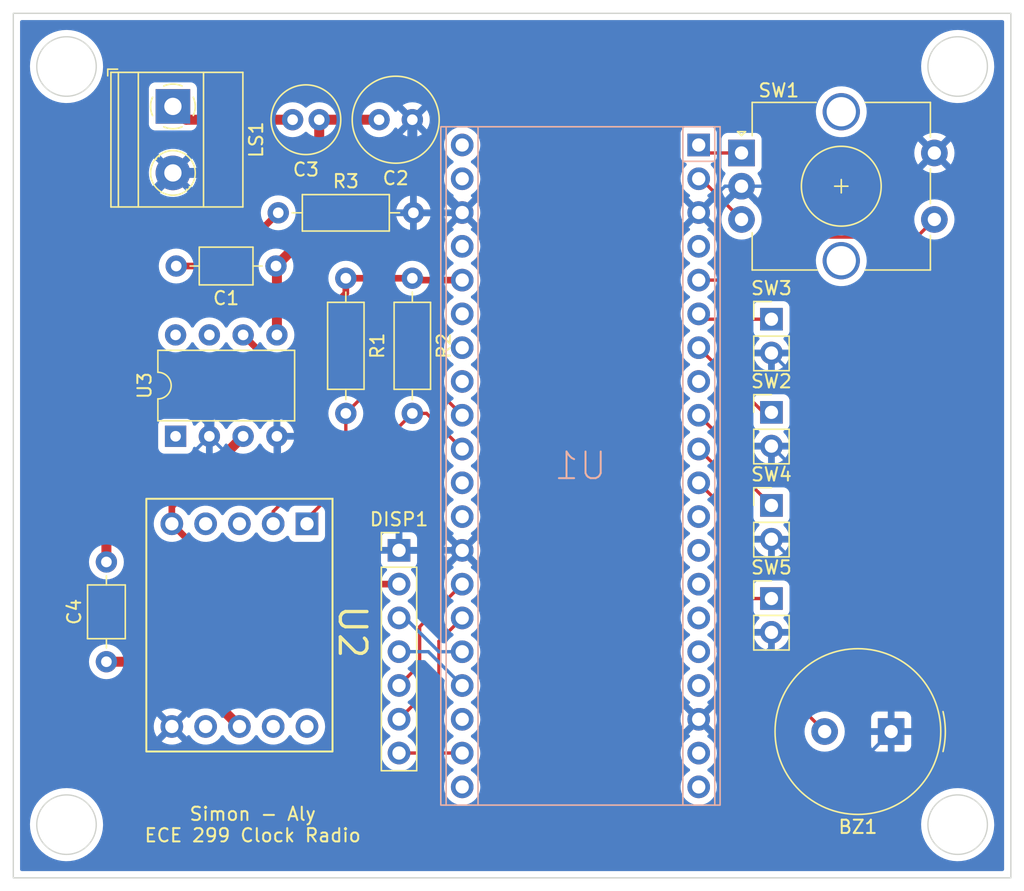
<source format=kicad_pcb>
(kicad_pcb (version 20211014) (generator pcbnew)
  (layers (0 "F.Cu" signal) (31 "B.Cu" signal) (34 "B.Paste" user) (35 "F.Paste" user) (36 "B.SilkS" user "B.Silkscreen") (37 "F.SilkS" user "F.Silkscreen") (38 "B.Mask" user) (39 "F.Mask" user) (44 "Edge.Cuts" user))
  (net 0 "")
  (net 1 "Net-(C1-Pad1)")
  (net 2 "Net-(C1-Pad2)")
  (net 3 "Net-(C3-Pad2)")
  (net 4 "Net-(DISP1-Pad3)")
  (net 5 "Net-(DISP1-Pad4)")
  (net 6 "Net-(DISP1-Pad5)")
  (net 7 "Net-(DISP1-Pad6)")
  (net 8 "Net-(DISP1-Pad7)")
  (net 9 "Net-(R1-Pad2)")
  (net 10 "Net-(R2-Pad2)")
  (net 11 "Net-(U1-Pad11)")
  (net 31 "Net-(C4-Pad1)")
  (net 38 "GND")
  (net 39 "Net-(SW2-Pad1)")
  (net 40 "Net-(SW3-Pad1)")
  (net 41 "Net-(SW4-Pad1)")
  (net 42 "Net-(SW5-Pad1)")
  (net 44 "Net-(SW1-PadS2)")
  (net 46 "Net-(C4-Pad2)")
  (net 47 "Net-(DISP1-Pad2)")
  (net 49 "Net-(SW1-PadA)")
  (net 50 "Net-(SW1-PadB)")
  (footprint "Capacitor_THT:C_Radial_D5.0mm_H11.0mm_P2.00mm" (layer "F.Cu") (at 148 53 180)
    (fp_text reference "C3" (at 1 -3.75) (layer "F.SilkS"))
    (fp_text value "470u")
    (fp_circle (center 1 0) (end 3.62 0) (layer "F.SilkS") (width 0.12) (fill none))
    (pad "1" thru_hole circle (at 0 0 180) (size 1.6 1.6) (drill 0.8) (layers *.Cu *.Mask) (net 1 "Net-(C1-Pad1)"))
    (pad "2" thru_hole circle (at 2 0 180) (size 1.6 1.6) (drill 0.8) (layers *.Cu *.Mask) (net 3 "Net-(C3-Pad2)"))
  )
  (footprint "Capacitor_THT:C_Radial_D6.3mm_H11.0mm_P2.50mm" (layer "F.Cu") (at 155 53 180)
    (fp_text reference "C2" (at 1.25 -4.4) (layer "F.SilkS"))
    (fp_text value "470u")
    (fp_circle (center 1.25 0) (end 4.52 0) (layer "F.SilkS") (width 0.12) (fill none))
    (pad "1" thru_hole circle (at 0 0 180) (size 1.6 1.6) (drill 0.8) (layers *.Cu *.Mask) (net 38 "GND"))
    (pad "2" thru_hole circle (at 2.5 0 180) (size 1.6 1.6) (drill 0.8) (layers *.Cu *.Mask) (net 1 "Net-(C1-Pad1)"))
  )
  (footprint "Resistor_THT:R_Axial_DIN0207_L6.3mm_D2.5mm_P10.16mm_Horizontal" (layer "F.Cu") (at 150 64.92 -90)
    (fp_text reference "R1" (at 5.08 -2.37 90) (layer "F.SilkS"))
    (fp_text value "2k")
    (fp_line (start 1.81 1.37) (end 8.35 1.37) (layer "F.SilkS") (width 0.12))
    (fp_line (start 1.04 0) (end 1.81 0) (layer "F.SilkS") (width 0.12))
    (fp_line (start 8.35 1.37) (end 8.35 -1.37) (layer "F.SilkS") (width 0.12))
    (fp_line (start 8.35 -1.37) (end 1.81 -1.37) (layer "F.SilkS") (width 0.12))
    (fp_line (start 1.81 -1.37) (end 1.81 1.37) (layer "F.SilkS") (width 0.12))
    (fp_line (start 9.12 0) (end 8.35 0) (layer "F.SilkS") (width 0.12))
    (pad "1" thru_hole circle (at 0 0 270) (size 1.6 1.6) (drill 0.8) (layers *.Cu *.Mask) (net 47 "Net-(DISP1-Pad2)"))
    (pad "2" thru_hole oval (at 10.16 0 270) (size 1.6 1.6) (drill 0.8) (layers *.Cu *.Mask) (net 9 "Net-(R1-Pad2)"))
  )
  (footprint "ECE:RDA5807M_Module_TH" (layer "F.Cu") (at 142 91 -90)
    (fp_text reference "U2" (at 0.5 -8.5 -90 unlocked) (layer "F.SilkS") (effects (font (size 2 2) (thickness 0.25))))
    (fp_text value "RDA5807M_Module")
    (fp_rect (start -9.5 -7) (end 9.5 7) (layer "F.SilkS") (width 0.15) (fill none))
    (pad "1" thru_hole rect (at -7.62 -5.08 90) (size 1.7 1.7) (drill 1) (layers *.Cu *.Mask) (net 10 "Net-(R2-Pad2)"))
    (pad "2" thru_hole circle (at -7.62 -2.54 90) (size 1.7 1.7) (drill 1) (layers *.Cu *.Mask) (net 9 "Net-(R1-Pad2)"))
    (pad "3" thru_hole circle (at -7.62 0 90) (size 1.7 1.7) (drill 1) (layers *.Cu *.Mask))
    (pad "4" thru_hole circle (at -7.62 2.54 90) (size 1.7 1.7) (drill 1) (layers *.Cu *.Mask))
    (pad "5" thru_hole circle (at -7.62 5.08 90) (size 1.7 1.7) (drill 1) (layers *.Cu *.Mask) (net 47 "Net-(DISP1-Pad2)"))
    (pad "6" thru_hole circle (at 7.62 5.08 90) (size 1.7 1.7) (drill 1) (layers *.Cu *.Mask) (net 38 "GND"))
    (pad "7" thru_hole circle (at 7.62 2.54 90) (size 1.7 1.7) (drill 1) (layers *.Cu *.Mask))
    (pad "8" thru_hole circle (at 7.62 0 90) (size 1.7 1.7) (drill 1) (layers *.Cu *.Mask) (net 31 "Net-(C4-Pad1)"))
    (pad "9" thru_hole circle (at 7.62 -2.54 90) (size 1.7 1.7) (drill 1) (layers *.Cu *.Mask))
    (pad "10" thru_hole circle (at 7.62 -5.08 90) (size 1.7 1.7) (drill 1) (layers *.Cu *.Mask))
  )
  (footprint "Connector_PinHeader_2.54mm:PinHeader_1x02_P2.54mm_Vertical" (layer "F.Cu") (at 182 89)
    (fp_text reference "SW5" (at 0 -2.33) (layer "F.SilkS"))
    (fp_text value "SW_Push")
    (fp_line (start -1.33 -1.33) (end 0 -1.33) (layer "F.SilkS") (width 0.12))
    (fp_line (start 1.33 1.27) (end 1.33 3.87) (layer "F.SilkS") (width 0.12))
    (fp_line (start -1.33 1.27) (end -1.33 3.87) (layer "F.SilkS") (width 0.12))
    (fp_line (start -1.33 1.27) (end 1.33 1.27) (layer "F.SilkS") (width 0.12))
    (fp_line (start -1.33 0) (end -1.33 -1.33) (layer "F.SilkS") (width 0.12))
    (fp_line (start -1.33 3.87) (end 1.33 3.87) (layer "F.SilkS") (width 0.12))
    (pad "1" thru_hole rect (at 0 0) (size 1.7 1.7) (drill 1) (layers *.Cu *.Mask) (net 42 "Net-(SW5-Pad1)"))
    (pad "2" thru_hole oval (at 0 2.54) (size 1.7 1.7) (drill 1) (layers *.Cu *.Mask) (net 38 "GND"))
  )
  (footprint "Resistor_THT:R_Axial_DIN0207_L6.3mm_D2.5mm_P10.16mm_Horizontal" (layer "F.Cu") (at 155 64.92 -90)
    (fp_text reference "R2" (at 5.08 -2.37 90) (layer "F.SilkS"))
    (fp_text value "2k")
    (fp_line (start 9.12 0) (end 8.35 0) (layer "F.SilkS") (width 0.12))
    (fp_line (start 8.35 1.37) (end 8.35 -1.37) (layer "F.SilkS") (width 0.12))
    (fp_line (start 8.35 -1.37) (end 1.81 -1.37) (layer "F.SilkS") (width 0.12))
    (fp_line (start 1.04 0) (end 1.81 0) (layer "F.SilkS") (width 0.12))
    (fp_line (start 1.81 1.37) (end 8.35 1.37) (layer "F.SilkS") (width 0.12))
    (fp_line (start 1.81 -1.37) (end 1.81 1.37) (layer "F.SilkS") (width 0.12))
    (pad "1" thru_hole circle (at 0 0 270) (size 1.6 1.6) (drill 0.8) (layers *.Cu *.Mask) (net 47 "Net-(DISP1-Pad2)"))
    (pad "2" thru_hole oval (at 10.16 0 270) (size 1.6 1.6) (drill 0.8) (layers *.Cu *.Mask) (net 10 "Net-(R2-Pad2)"))
  )
  (footprint "TerminalBlock_Phoenix:TerminalBlock_Phoenix_MKDS-1,5-2_1x02_P5.00mm_Horizontal" (layer "F.Cu") (at 137 52 -90)
    (fp_text reference "LS1" (at 2.5 -6.26 90) (layer "F.SilkS"))
    (fp_text value "Speaker")
    (fp_line (start 7.56 -5.261) (end 7.56 4.66) (layer "F.SilkS") (width 0.12))
    (fp_line (start 3.966 1.239) (end 3.931 1.274) (layer "F.SilkS") (width 0.12))
    (fp_line (start -2.56 -2.301) (end 7.56 -2.301) (layer "F.SilkS") (width 0.12))
    (fp_line (start -2.56 -5.261) (end 7.56 -5.261) (layer "F.SilkS") (width 0.12))
    (fp_line (start -2.56 4.1) (end 7.56 4.1) (layer "F.SilkS") (width 0.12))
    (fp_line (start -2.56 2.6) (end 7.56 2.6) (layer "F.SilkS") (width 0.12))
    (fp_line (start -2.8 4.9) (end -2.3 4.9) (layer "F.SilkS") (width 0.12))
    (fp_line (start -2.8 4.16) (end -2.8 4.9) (layer "F.SilkS") (width 0.12))
    (fp_line (start -2.56 4.66) (end 7.56 4.66) (layer "F.SilkS") (width 0.12))
    (fp_line (start 6.07 -1.275) (end 6.035 -1.239) (layer "F.SilkS") (width 0.12))
    (fp_line (start 3.773 1.023) (end 3.726 1.069) (layer "F.SilkS") (width 0.12))
    (fp_line (start -2.56 -5.261) (end -2.56 4.66) (layer "F.SilkS") (width 0.12))
    (fp_line (start 6.275 -1.069) (end 6.228 -1.023) (layer "F.SilkS") (width 0.12))
    (fp_arc (start -1.535427 0.683042) (mid -1.680501 -0.000524) (end -1.535 -0.684) (layer "F.SilkS") (width 0.12))
    (fp_arc (start 1.535427 -0.683042) (mid 1.680501 0.000524) (end 1.535 0.684) (layer "F.SilkS") (width 0.12))
    (fp_arc (start 0.028805 1.680253) (mid -0.335551 1.646659) (end -0.684 1.535) (layer "F.SilkS") (width 0.12))
    (fp_arc (start -0.683042 -1.535427) (mid 0.000524 -1.680501) (end 0.684 -1.535) (layer "F.SilkS") (width 0.12))
    (fp_arc (start 0.683318 1.534756) (mid 0.349292 1.643288) (end 0 1.68) (layer "F.SilkS") (width 0.12))
    (fp_circle (center 5 0) (end 6.68 0) (layer "F.SilkS") (width 0.12) (fill none))
    (pad "1" thru_hole rect (at 0 0 270) (size 2.6 2.6) (drill 1.3) (layers *.Cu *.Mask) (net 3 "Net-(C3-Pad2)"))
    (pad "2" thru_hole circle (at 5 0 270) (size 2.6 2.6) (drill 1.3) (layers *.Cu *.Mask) (net 38 "GND"))
  )
  (footprint "Rotary_Encoder:RotaryEncoder_Alps_EC12E-Switch_Vertical_H20mm_CircularMountingHoles" (layer "F.Cu") (at 179.75 55.5)
    (fp_text reference "SW1" (at 2.8 -4.7) (layer "F.SilkS"))
    (fp_text value "Bourns PEC11R")
    (fp_line (start 5.6 -3.8) (end 0.8 -3.8) (layer "F.SilkS") (width 0.12))
    (fp_line (start 5.7 8.8) (end 0.8 8.8) (layer "F.SilkS") (width 0.12))
    (fp_line (start 14.2 -3.8) (end 14.2 -1.2) (layer "F.SilkS") (width 0.12))
    (fp_line (start 9.3 -3.8) (end 14.2 -3.8) (layer "F.SilkS") (width 0.12))
    (fp_line (start 7.5 2) (end 7.5 3) (layer "F.SilkS") (width 0.12))
    (fp_line (start 14.2 8.8) (end 9.3 8.8) (layer "F.SilkS") (width 0.12))
    (fp_line (start 14.2 6.2) (end 14.2 8.8) (layer "F.SilkS") (width 0.12))
    (fp_line (start 7 2.5) (end 8 2.5) (layer "F.SilkS") (width 0.12))
    (fp_line (start -0.3 -1.6) (end 0.3 -1.6) (layer "F.SilkS") (width 0.12))
    (fp_line (start 0.3 -1.6) (end 0 -1.3) (layer "F.SilkS") (width 0.12))
    (fp_line (start 0.8 8.8) (end 0.8 6) (layer "F.SilkS") (width 0.12))
    (fp_line (start 14.2 1.2) (end 14.2 3.8) (layer "F.SilkS") (width 0.12))
    (fp_line (start 0 -1.3) (end -0.3 -1.6) (layer "F.SilkS") (width 0.12))
    (fp_line (start 0.8 -3.8) (end 0.8 -1.3) (layer "F.SilkS") (width 0.12))
    (fp_circle (center 7.5 2.5) (end 10.5 2.5) (layer "F.SilkS") (width 0.12) (fill none))
    (pad "A" thru_hole rect (at 0 0) (size 2 2) (drill 1) (layers *.Cu *.Mask) (net 49 "Net-(SW1-PadA)"))
    (pad "B" thru_hole circle (at 0 5) (size 2 2) (drill 1) (layers *.Cu *.Mask) (net 50 "Net-(SW1-PadB)"))
    (pad "C" thru_hole circle (at 0 2.5) (size 2 2) (drill 1) (layers *.Cu *.Mask) (net 38 "GND"))
    (pad "MP" thru_hole circle (at 7.5 -3.1) (size 2.8 2.8) (drill 2.2) (layers *.Cu *.Mask))
    (pad "MP" thru_hole circle (at 7.5 8.1) (size 2.8 2.8) (drill 2.2) (layers *.Cu *.Mask))
    (pad "S1" thru_hole circle (at 14.5 0) (size 2 2) (drill 1) (layers *.Cu *.Mask) (net 38 "GND"))
    (pad "S2" thru_hole circle (at 14.5 5) (size 2 2) (drill 1) (layers *.Cu *.Mask) (net 44 "Net-(SW1-PadS2)"))
  )
  (footprint "Connector_PinHeader_2.54mm:PinHeader_1x02_P2.54mm_Vertical" (layer "F.Cu") (at 182 68)
    (fp_text reference "SW3" (at 0 -2.33) (layer "F.SilkS"))
    (fp_text value "SW_Push")
    (fp_line (start -1.33 1.27) (end -1.33 3.87) (layer "F.SilkS") (width 0.12))
    (fp_line (start 1.33 1.27) (end 1.33 3.87) (layer "F.SilkS") (width 0.12))
    (fp_line (start -1.33 0) (end -1.33 -1.33) (layer "F.SilkS") (width 0.12))
    (fp_line (start -1.33 3.87) (end 1.33 3.87) (layer "F.SilkS") (width 0.12))
    (fp_line (start -1.33 1.27) (end 1.33 1.27) (layer "F.SilkS") (width 0.12))
    (fp_line (start -1.33 -1.33) (end 0 -1.33) (layer "F.SilkS") (width 0.12))
    (pad "1" thru_hole rect (at 0 0) (size 1.7 1.7) (drill 1) (layers *.Cu *.Mask) (net 40 "Net-(SW3-Pad1)"))
    (pad "2" thru_hole oval (at 0 2.54) (size 1.7 1.7) (drill 1) (layers *.Cu *.Mask) (net 38 "GND"))
  )
  (footprint "Resistor_THT:R_Axial_DIN0207_L6.3mm_D2.5mm_P10.16mm_Horizontal" (layer "F.Cu") (at 144.92 60)
    (fp_text reference "R3" (at 5.08 -2.37) (layer "F.SilkS"))
    (fp_text value "10")
    (fp_line (start 1.81 1.37) (end 8.35 1.37) (layer "F.SilkS") (width 0.12))
    (fp_line (start 1.81 -1.37) (end 1.81 1.37) (layer "F.SilkS") (width 0.12))
    (fp_line (start 8.35 1.37) (end 8.35 -1.37) (layer "F.SilkS") (width 0.12))
    (fp_line (start 9.12 0) (end 8.35 0) (layer "F.SilkS") (width 0.12))
    (fp_line (start 8.35 -1.37) (end 1.81 -1.37) (layer "F.SilkS") (width 0.12))
    (fp_line (start 1.04 0) (end 1.81 0) (layer "F.SilkS") (width 0.12))
    (pad "1" thru_hole circle (at 0 0) (size 1.6 1.6) (drill 0.8) (layers *.Cu *.Mask) (net 2 "Net-(C1-Pad2)"))
    (pad "2" thru_hole oval (at 10.16 0) (size 1.6 1.6) (drill 0.8) (layers *.Cu *.Mask) (net 38 "GND"))
  )
  (footprint "Connector_PinHeader_2.54mm:PinHeader_1x02_P2.54mm_Vertical" (layer "F.Cu") (at 182 75)
    (fp_text reference "SW2" (at 0 -2.33) (layer "F.SilkS"))
    (fp_text value "SW_Push")
    (fp_line (start -1.33 3.87) (end 1.33 3.87) (layer "F.SilkS") (width 0.12))
    (fp_line (start -1.33 1.27) (end 1.33 1.27) (layer "F.SilkS") (width 0.12))
    (fp_line (start -1.33 1.27) (end -1.33 3.87) (layer "F.SilkS") (width 0.12))
    (fp_line (start 1.33 1.27) (end 1.33 3.87) (layer "F.SilkS") (width 0.12))
    (fp_line (start -1.33 0) (end -1.33 -1.33) (layer "F.SilkS") (width 0.12))
    (fp_line (start -1.33 -1.33) (end 0 -1.33) (layer "F.SilkS") (width 0.12))
    (pad "1" thru_hole rect (at 0 0) (size 1.7 1.7) (drill 1) (layers *.Cu *.Mask) (net 39 "Net-(SW2-Pad1)"))
    (pad "2" thru_hole oval (at 0 2.54) (size 1.7 1.7) (drill 1) (layers *.Cu *.Mask) (net 38 "GND"))
  )
  (footprint "Buzzer_Beeper:Buzzer_TDK_PS1240P02BT_D12.2mm_H6.5mm" (layer "F.Cu") (at 191 99 180)
    (fp_text reference "BZ1" (at 2.5 -7.17) (layer "F.SilkS"))
    (fp_text value "Buzzer")
    (fp_arc (start -3.9 1.499999) (mid -4.073431 0) (end -3.9 -1.5) (layer "F.SilkS") (width 0.12))
    (fp_circle (center 2.5 0) (end 8.73 0) (layer "F.SilkS") (width 0.12) (fill none))
    (pad "1" thru_hole rect (at 0 0 180) (size 2 2) (drill 1) (layers *.Cu *.Mask) (net 38 "GND"))
    (pad "2" thru_hole circle (at 5 0 180) (size 2 2) (drill 1) (layers *.Cu *.Mask) (net 11 "Net-(U1-Pad11)"))
  )
  (footprint "Capacitor_THT:C_Axial_L3.8mm_D2.6mm_P7.50mm_Horizontal" (layer "F.Cu") (at 144.75 64 180)
    (fp_text reference "C1" (at 3.75 -2.42) (layer "F.SilkS"))
    (fp_text value ".1u")
    (fp_line (start 6.46 0) (end 5.77 0) (layer "F.SilkS") (width 0.12))
    (fp_line (start 1.04 0) (end 1.73 0) (layer "F.SilkS") (width 0.12))
    (fp_line (start 5.77 1.42) (end 5.77 -1.42) (layer "F.SilkS") (width 0.12))
    (fp_line (start 1.73 -1.42) (end 1.73 1.42) (layer "F.SilkS") (width 0.12))
    (fp_line (start 1.73 1.42) (end 5.77 1.42) (layer "F.SilkS") (width 0.12))
    (fp_line (start 5.77 -1.42) (end 1.73 -1.42) (layer "F.SilkS") (width 0.12))
    (pad "1" thru_hole circle (at 0 0 180) (size 1.6 1.6) (drill 0.8) (layers *.Cu *.Mask) (net 1 "Net-(C1-Pad1)"))
    (pad "2" thru_hole oval (at 7.5 0 180) (size 1.6 1.6) (drill 0.8) (layers *.Cu *.Mask) (net 2 "Net-(C1-Pad2)"))
  )
  (footprint "Package_DIP:DIP-8_W7.62mm" (layer "F.Cu") (at 137.2 76.8 90)
    (fp_text reference "U3" (at 3.81 -2.33 90) (layer "F.SilkS"))
    (fp_text value "LM386")
    (fp_line (start 1.16 -1.33) (end 1.16 8.95) (layer "F.SilkS") (width 0.12))
    (fp_line (start 1.16 8.95) (end 6.46 8.95) (layer "F.SilkS") (width 0.12))
    (fp_line (start 2.81 -1.33) (end 1.16 -1.33) (layer "F.SilkS") (width 0.12))
    (fp_line (start 6.46 -1.33) (end 4.81 -1.33) (layer "F.SilkS") (width 0.12))
    (fp_line (start 6.46 8.95) (end 6.46 -1.33) (layer "F.SilkS") (width 0.12))
    (fp_arc (start 4.81 -1.33) (mid 3.81 -0.33) (end 2.81 -1.33) (layer "F.SilkS") (width 0.12))
    (pad "1" thru_hole rect (at 0 0 90) (size 1.6 1.6) (drill 0.8) (layers *.Cu *.Mask))
    (pad "2" thru_hole oval (at 0 2.54 90) (size 1.6 1.6) (drill 0.8) (layers *.Cu *.Mask) (net 38 "GND"))
    (pad "3" thru_hole oval (at 0 5.08 90) (size 1.6 1.6) (drill 0.8) (layers *.Cu *.Mask) (net 46 "Net-(C4-Pad2)"))
    (pad "4" thru_hole oval (at 0 7.62 90) (size 1.6 1.6) (drill 0.8) (layers *.Cu *.Mask) (net 38 "GND"))
    (pad "5" thru_hole oval (at 7.62 7.62 90) (size 1.6 1.6) (drill 0.8) (layers *.Cu *.Mask) (net 1 "Net-(C1-Pad1)"))
    (pad "6" thru_hole oval (at 7.62 5.08 90) (size 1.6 1.6) (drill 0.8) (layers *.Cu *.Mask) (net 47 "Net-(DISP1-Pad2)"))
    (pad "7" thru_hole oval (at 7.62 2.54 90) (size 1.6 1.6) (drill 0.8) (layers *.Cu *.Mask))
    (pad "8" thru_hole oval (at 7.62 0 90) (size 1.6 1.6) (drill 0.8) (layers *.Cu *.Mask))
  )
  (footprint "Connector_PinHeader_2.54mm:PinHeader_1x07_P2.54mm_Vertical" (layer "F.Cu") (at 154 85.375)
    (fp_text reference "DISP1" (at 0 -2.33) (layer "F.SilkS"))
    (fp_text value "OLED Display")
    (fp_line (start -1.33 16.57) (end 1.33 16.57) (layer "F.SilkS") (width 0.12))
    (fp_line (start 1.33 1.27) (end 1.33 16.57) (layer "F.SilkS") (width 0.12))
    (fp_line (start -1.33 0) (end -1.33 -1.33) (layer "F.SilkS") (width 0.12))
    (fp_line (start -1.33 1.27) (end -1.33 16.57) (layer "F.SilkS") (width 0.12))
    (fp_line (start -1.33 1.27) (end 1.33 1.27) (layer "F.SilkS") (width 0.12))
    (fp_line (start -1.33 -1.33) (end 0 -1.33) (layer "F.SilkS") (width 0.12))
    (pad "1" thru_hole rect (at 0 0) (size 1.7 1.7) (drill 1) (layers *.Cu *.Mask) (net 38 "GND"))
    (pad "2" thru_hole oval (at 0 2.54) (size 1.7 1.7) (drill 1) (layers *.Cu *.Mask) (net 47 "Net-(DISP1-Pad2)"))
    (pad "3" thru_hole oval (at 0 7.62) (size 1.7 1.7) (drill 1) (layers *.Cu *.Mask) (net 4 "Net-(DISP1-Pad3)"))
    (pad "4" thru_hole oval (at 0 5.08) (size 1.7 1.7) (drill 1) (layers *.Cu *.Mask) (net 5 "Net-(DISP1-Pad4)"))
    (pad "5" thru_hole oval (at 0 10.16) (size 1.7 1.7) (drill 1) (layers *.Cu *.Mask) (net 6 "Net-(DISP1-Pad5)"))
    (pad "6" thru_hole oval (at 0 12.7) (size 1.7 1.7) (drill 1) (layers *.Cu *.Mask) (net 7 "Net-(DISP1-Pad6)"))
    (pad "7" thru_hole oval (at 0 15.24) (size 1.7 1.7) (drill 1) (layers *.Cu *.Mask) (net 8 "Net-(DISP1-Pad7)"))
  )
  (footprint "Connector_PinHeader_2.54mm:PinHeader_1x02_P2.54mm_Vertical" (layer "F.Cu") (at 182 82)
    (fp_text reference "SW4" (at 0 -2.33) (layer "F.SilkS"))
    (fp_text value "SW_Push")
    (fp_line (start -1.33 3.87) (end 1.33 3.87) (layer "F.SilkS") (width 0.12))
    (fp_line (start -1.33 1.27) (end 1.33 1.27) (layer "F.SilkS") (width 0.12))
    (fp_line (start -1.33 -1.33) (end 0 -1.33) (layer "F.SilkS") (width 0.12))
    (fp_line (start 1.33 1.27) (end 1.33 3.87) (layer "F.SilkS") (width 0.12))
    (fp_line (start -1.33 0) (end -1.33 -1.33) (layer "F.SilkS") (width 0.12))
    (fp_line (start -1.33 1.27) (end -1.33 3.87) (layer "F.SilkS") (width 0.12))
    (pad "1" thru_hole rect (at 0 0) (size 1.7 1.7) (drill 1) (layers *.Cu *.Mask) (net 41 "Net-(SW4-Pad1)"))
    (pad "2" thru_hole oval (at 0 2.54) (size 1.7 1.7) (drill 1) (layers *.Cu *.Mask) (net 38 "GND"))
  )
  (footprint "Capacitor_THT:C_Axial_L3.8mm_D2.6mm_P7.50mm_Horizontal" (layer "F.Cu") (at 132 93.75 90)
    (fp_text reference "C4" (at 3.75 -2.42 90) (layer "F.SilkS"))
    (fp_text value ".1u")
    (fp_line (start 5.77 1.42) (end 5.77 -1.42) (layer "F.SilkS") (width 0.12))
    (fp_line (start 1.04 0) (end 1.73 0) (layer "F.SilkS") (width 0.12))
    (fp_line (start 5.77 -1.42) (end 1.73 -1.42) (layer "F.SilkS") (width 0.12))
    (fp_line (start 1.73 -1.42) (end 1.73 1.42) (layer "F.SilkS") (width 0.12))
    (fp_line (start 6.46 0) (end 5.77 0) (layer "F.SilkS") (width 0.12))
    (fp_line (start 1.73 1.42) (end 5.77 1.42) (layer "F.SilkS") (width 0.12))
    (pad "1" thru_hole circle (at 0 0 90) (size 1.6 1.6) (drill 0.8) (layers *.Cu *.Mask) (net 31 "Net-(C4-Pad1)"))
    (pad "2" thru_hole oval (at 7.5 0 90) (size 1.6 1.6) (drill 0.8) (layers *.Cu *.Mask) (net 46 "Net-(C4-Pad2)"))
  )
  (footprint "ECE:RPi_Pico_TH" (layer "B.Cu") (at 167.64 79.03 180)
    (fp_text reference "U1" (at 0 0 unlocked) (layer "B.SilkS") (effects (font (size 2 2)) (justify mirror)))
    (fp_text value "RPi_Pico_TH")
    (fp_line (start 7.7 25.5) (end 7.7 -25.5) (layer "B.SilkS") (width 0.12))
    (fp_line (start -7.7 25.5) (end -7.7 -25.5) (layer "B.SilkS") (width 0.12))
    (fp_line (start 10.1 25.5) (end 10.1 -25.5) (layer "B.SilkS") (width 0.12))
    (fp_line (start -10.1 22.9) (end -7.7 22.9) (layer "B.SilkS") (width 0.12))
    (fp_line (start -10.1 25.5) (end -10.1 -25.5) (layer "B.SilkS") (width 0.12))
    (fp_rect (start -10.5 25.5) (end 10.5 -25.5) (layer "B.SilkS") (width 0.12) (fill none))
    (pad "1" thru_hole rect (at -8.89 24.13 180) (size 1.7 1.7) (drill 1) (layers *.Cu *.Mask) (net 49 "Net-(SW1-PadA)"))
    (pad "2" thru_hole circle (at -8.89 21.59 180) (size 1.7 1.7) (drill 1) (layers *.Cu *.Mask) (net 50 "Net-(SW1-PadB)"))
    (pad "3" thru_hole circle (at -8.89 19.05 180) (size 1.7 1.7) (drill 1) (layers *.Cu *.Mask) (net 38 "GND"))
    (pad "4" thru_hole circle (at -8.89 16.51 180) (size 1.7 1.7) (drill 1) (layers *.Cu *.Mask))
    (pad "5" thru_hole circle (at -8.89 13.97 180) (size 1.7 1.7) (drill 1) (layers *.Cu *.Mask) (net 44 "Net-(SW1-PadS2)"))
    (pad "6" thru_hole circle (at -8.89 11.43 180) (size 1.7 1.7) (drill 1) (layers *.Cu *.Mask) (net 40 "Net-(SW3-Pad1)"))
    (pad "7" thru_hole circle (at -8.89 8.89 180) (size 1.7 1.7) (drill 1) (layers *.Cu *.Mask) (net 39 "Net-(SW2-Pad1)"))
    (pad "8" thru_hole circle (at -8.89 6.35 180) (size 1.7 1.7) (drill 1) (layers *.Cu *.Mask))
    (pad "9" thru_hole circle (at -8.89 3.81 180) (size 1.7 1.7) (drill 1) (layers *.Cu *.Mask) (net 41 "Net-(SW4-Pad1)"))
    (pad "10" thru_hole circle (at -8.89 1.27 180) (size 1.7 1.7) (drill 1) (layers *.Cu *.Mask) (net 42 "Net-(SW5-Pad1)"))
    (pad "11" thru_hole circle (at -8.89 -1.27 180) (size 1.7 1.7) (drill 1) (layers *.Cu *.Mask) (net 11 "Net-(U1-Pad11)"))
    (pad "12" thru_hole circle (at -8.89 -3.81 180) (size 1.7 1.7) (drill 1) (layers *.Cu *.Mask))
    (pad "13" thru_hole circle (at -8.89 -6.35 180) (size 1.7 1.7) (drill 1) (layers *.Cu *.Mask))
    (pad "14" thru_hole circle (at -8.89 -8.89 180) (size 1.7 1.7) (drill 1) (layers *.Cu *.Mask))
    (pad "15" thru_hole circle (at -8.89 -11.43 180) (size 1.7 1.7) (drill 1) (layers *.Cu *.Mask))
    (pad "16" thru_hole circle (at -8.89 -13.97 180) (size 1.7 1.7) (drill 1) (layers *.Cu *.Mask))
    (pad "17" thru_hole circle (at -8.89 -16.51 180) (size 1.7 1.7) (drill 1) (layers *.Cu *.Mask))
    (pad "18" thru_hole circle (at -8.89 -19.05 180) (size 1.7 1.7) (drill 1) (layers *.Cu *.Mask) (net 38 "GND"))
    (pad "19" thru_hole circle (at -8.89 -21.59 180) (size 1.7 1.7) (drill 1) (layers *.Cu *.Mask))
    (pad "20" thru_hole circle (at -8.89 -24.13 180) (size 1.7 1.7) (drill 1) (layers *.Cu *.Mask))
    (pad "21" thru_hole circle (at 8.89 -24.13 180) (size 1.7 1.7) (drill 1) (layers *.Cu *.Mask))
    (pad "22" thru_hole circle (at 8.89 -21.59 180) (size 1.7 1.7) (drill 1) (layers *.Cu *.Mask) (net 8 "Net-(DISP1-Pad7)"))
    (pad "23" thru_hole circle (at 8.89 -19.05 180) (size 1.7 1.7) (drill 1) (layers *.Cu *.Mask))
    (pad "24" thru_hole circle (at 8.89 -16.51 180) (size 1.7 1.7) (drill 1) (layers *.Cu *.Mask) (net 4 "Net-(DISP1-Pad3)"))
    (pad "25" thru_hole circle (at 8.89 -13.97 180) (size 1.7 1.7) (drill 1) (layers *.Cu *.Mask) (net 5 "Net-(DISP1-Pad4)"))
    (pad "26" thru_hole circle (at 8.89 -11.43 180) (size 1.7 1.7) (drill 1) (layers *.Cu *.Mask) (net 7 "Net-(DISP1-Pad6)"))
    (pad "27" thru_hole circle (at 8.89 -8.89 180) (size 1.7 1.7) (drill 1) (layers *.Cu *.Mask) (net 6 "Net-(DISP1-Pad5)"))
    (pad "28" thru_hole circle (at 8.89 -6.35 180) (size 1.7 1.7) (drill 1) (layers *.Cu *.Mask) (net 38 "GND"))
    (pad "29" thru_hole circle (at 8.89 -3.81 180) (size 1.7 1.7) (drill 1) (layers *.Cu *.Mask))
    (pad "30" thru_hole circle (at 8.89 -1.27 180) (size 1.7 1.7) (drill 1) (layers *.Cu *.Mask))
    (pad "31" thru_hole circle (at 8.89 1.27 180) (size 1.7 1.7) (drill 1) (layers *.Cu *.Mask) (net 10 "Net-(R2-Pad2)"))
    (pad "32" thru_hole circle (at 8.89 3.81 180) (size 1.7 1.7) (drill 1) (layers *.Cu *.Mask) (net 9 "Net-(R1-Pad2)"))
    (pad "33" thru_hole circle (at 8.89 6.35 180) (size 1.7 1.7) (drill 1) (layers *.Cu *.Mask))
    (pad "34" thru_hole circle (at 8.89 8.89 180) (size 1.7 1.7) (drill 1) (layers *.Cu *.Mask))
    (pad "35" thru_hole circle (at 8.89 11.43 180) (size 1.7 1.7) (drill 1) (layers *.Cu *.Mask))
    (pad "36" thru_hole circle (at 8.89 13.97 180) (size 1.7 1.7) (drill 1) (layers *.Cu *.Mask) (net 47 "Net-(DISP1-Pad2)"))
    (pad "37" thru_hole circle (at 8.89 16.51 180) (size 1.7 1.7) (drill 1) (layers *.Cu *.Mask))
    (pad "38" thru_hole circle (at 8.89 19.05 180) (size 1.7 1.7) (drill 1) (layers *.Cu *.Mask) (net 38 "GND"))
    (pad "39" thru_hole circle (at 8.89 21.59 180) (size 1.7 1.7) (drill 1) (layers *.Cu *.Mask))
    (pad "40" thru_hole circle (at 8.89 24.13 180) (size 1.7 1.7) (drill 1) (layers *.Cu *.Mask))
  )
  (gr_rect (start 125 110) (end 200 45) (layer "Edge.Cuts") (width 0.1) (fill none))
  (gr_circle (center 196 106) (end 195 104) (layer "Edge.Cuts") (width 0.1) (fill none))
  (gr_circle (center 129 106) (end 131 105) (layer "Edge.Cuts") (width 0.1) (fill none))
  (gr_circle (center 129 49) (end 128 47) (layer "Edge.Cuts") (width 0.1) (fill none))
  (gr_circle (center 196 49) (end 198 48) (layer "Edge.Cuts") (width 0.1) (fill none))
  (gr_text "Simon - Aly\nECE 299 Clock Radio" (at 143 106) (layer "F.SilkS") (effects (font (size 1 1))))
  (segment (start 144.82 64.07) (end 144.75 64) (width 0.75) (layer "F.Cu") (net 1))
  (segment (start 144.75 64) (end 148 60.75) (width 0.75) (layer "F.Cu") (net 1))
  (segment (start 148 60.75) (end 148 53) (width 0.75) (layer "F.Cu") (net 1))
  (segment (start 148 53) (end 152.5 53) (width 0.75) (layer "F.Cu") (net 1))
  (segment (start 144.82 69.18) (end 144.82 64.07) (width 0.75) (layer "F.Cu") (net 1))
  (segment (start 137.25 64) (end 140.92 64) (width 0.5) (layer "F.Cu") (net 2))
  (segment (start 140.92 64) (end 144.92 60) (width 0.5) (layer "F.Cu") (net 2))
  (segment (start 138 53) (end 137 52) (width 0.75) (layer "F.Cu") (net 3))
  (segment (start 146 53) (end 138 53) (width 0.75) (layer "F.Cu") (net 3))
  (segment (start 154 92.995) (end 156.205 92.995) (width 0.25) (layer "B.Cu") (net 4))
  (segment (start 156.205 92.995) (end 158.75 95.54) (width 0.25) (layer "B.Cu") (net 4))
  (segment (start 154.455 90.455) (end 157 93) (width 0.25) (layer "B.Cu") (net 5))
  (segment (start 157 93) (end 158.75 93) (width 0.25) (layer "B.Cu") (net 5))
  (segment (start 155.55048 93.98452) (end 155.55048 91.11952) (width 0.25) (layer "F.Cu") (net 6))
  (segment (start 155.55048 91.11952) (end 158.75 87.92) (width 0.25) (layer "F.Cu") (net 6))
  (segment (start 154 95.535) (end 155.55048 93.98452) (width 0.25) (layer "F.Cu") (net 6))
  (segment (start 157 92.21) (end 158.75 90.46) (width 0.25) (layer "F.Cu") (net 7))
  (segment (start 154 98.075) (end 157 95.075) (width 0.25) (layer "F.Cu") (net 7))
  (segment (start 157 95.075) (end 157 92.21) (width 0.25) (layer "F.Cu") (net 7))
  (segment (start 154 100.615) (end 158.745 100.615) (width 0.25) (layer "F.Cu") (net 8))
  (segment (start 158.745 100.615) (end 158.75 100.62) (width 0.25) (layer "F.Cu") (net 8))
  (segment (start 158.75 75.22) (end 156.53 73) (width 0.25) (layer "F.Cu") (net 9))
  (segment (start 150 75.08) (end 152.08 73) (width 0.25) (layer "F.Cu") (net 9))
  (segment (start 150 75.08) (end 150 77) (width 0.25) (layer "F.Cu") (net 9))
  (segment (start 150 77) (end 144.54 82.46) (width 0.25) (layer "F.Cu") (net 9))
  (segment (start 152.08 73) (end 156.53 73) (width 0.25) (layer "F.Cu") (net 9))
  (segment (start 144.54 82.46) (end 144.54 83.38) (width 0.25) (layer "F.Cu") (net 9))
  (segment (start 147.08 82.92) (end 147.08 83.38) (width 0.25) (layer "F.Cu") (net 10))
  (segment (start 155 75.08) (end 147.08 83) (width 0.25) (layer "F.Cu") (net 10))
  (segment (start 147.08 83) (end 147.08 83.38) (width 0.25) (layer "F.Cu") (net 10))
  (segment (start 156.07 75.08) (end 155 75.08) (width 0.25) (layer "F.Cu") (net 10))
  (segment (start 158.75 77.76) (end 156.07 75.08) (width 0.25) (layer "F.Cu") (net 10))
  (segment (start 178 93) (end 178 81.77) (width 0.25) (layer "F.Cu") (net 11))
  (segment (start 180 95) (end 178 93) (width 0.25) (layer "F.Cu") (net 11))
  (segment (start 178 81.77) (end 176.53 80.3) (width 0.25) (layer "F.Cu") (net 11))
  (segment (start 182 95) (end 180 95) (width 0.25) (layer "F.Cu") (net 11))
  (segment (start 186 99) (end 182 95) (width 0.25) (layer "F.Cu") (net 11))
  (segment (start 137.13 93.75) (end 132 93.75) (width 0.75) (layer "F.Cu") (net 31))
  (segment (start 142 98.62) (end 137.13 93.75) (width 0.75) (layer "F.Cu") (net 31))
  (segment (start 137 57) (end 155 57) (width 0.75) (layer "B.Cu") (net 38))
  (segment (start 184 86.54) (end 184 91) (width 0.25) (layer "B.Cu") (net 38))
  (segment (start 136.92 98.62) (end 134 95.7) (width 0.25) (layer "B.Cu") (net 38))
  (segment (start 145 78) (end 145 76.98) (width 0.25) (layer "B.Cu") (net 38))
  (segment (start 154 85.375) (end 158.745 85.375) (width 0.5) (layer "B.Cu") (net 38))
  (segment (start 182 91.54) (end 182 92.61) (width 0.25) (layer "B.Cu") (net 38))
  (segment (start 158.73 60) (end 158.75 59.98) (width 0.5) (layer "B.Cu") (net 38))
  (segment (start 194.25 55.5) (end 191.75 58) (width 0.25) (layer "B.Cu") (net 38))
  (segment (start 139 75) (end 139.74 75.74) (width 0.75) (layer "B.Cu") (net 38))
  (segment (start 182 77.54) (end 184 79.54) (width 0.25) (layer "B.Cu") (net 38))
  (segment (start 135 59) (end 135 72) (width 0.75) (layer "B.Cu") (net 38))
  (segment (start 134 82.54) (end 139.74 76.8) (width 0.25) (layer "B.Cu") (net 38))
  (segment (start 179.45 101) (end 176.53 98.08) (width 0.25) (layer "B.Cu") (net 38))
  (segment (start 135 72) (end 138 75) (width 0.75) (layer "B.Cu") (net 38))
  (segment (start 178.51 58) (end 179.75 58) (width 0.25) (layer "B.Cu") (net 38))
  (segment (start 184 91) (end 183.46 91.54) (width 0.25) (layer "B.Cu") (net 38))
  (segment (start 155 56.23) (end 155.385 56.615) (width 0.75) (layer "B.Cu") (net 38))
  (segment (start 138 75) (end 139 75) (width 0.75) (layer "B.Cu") (net 38))
  (segment (start 155 53) (end 155 56.23) (width 0.75) (layer "B.Cu") (net 38))
  (segment (start 139.74 76.8) (end 141.94 79) (width 0.25) (layer "B.Cu") (net 38))
  (segment (start 183.46 77.54) (end 182 77.54) (width 0.25) (layer "B.Cu") (net 38))
  (segment (start 158.745 85.375) (end 158.75 85.38) (width 0.5) (layer "B.Cu") (net 38))
  (segment (start 189 101) (end 179.45 101) (width 0.25) (layer "B.Cu") (net 38))
  (segment (start 155.385 56.615) (end 158.75 59.98) (width 0.75) (layer "B.Cu") (net 38))
  (segment (start 144 79) (end 145 78) (width 0.25) (layer "B.Cu") (net 38))
  (segment (start 184 77) (end 183.46 77.54) (width 0.25) (layer "B.Cu") (net 38))
  (segment (start 137 57) (end 135 59) (width 0.75) (layer "B.Cu") (net 38))
  (segment (start 183.46 84.54) (end 182 84.54) (width 0.25) (layer "B.Cu") (net 38))
  (segment (start 183.46 91.54) (end 182 91.54) (width 0.25) (layer "B.Cu") (net 38))
  (segment (start 191.75 58) (end 179.75 58) (width 0.25) (layer "B.Cu") (net 38))
  (segment (start 184 84) (end 183.46 84.54) (width 0.25) (layer "B.Cu") (net 38))
  (segment (start 134 95.7) (end 134 82.54) (width 0.25) (layer "B.Cu") (net 38))
  (segment (start 155.08 60) (end 158.73 60) (width 0.5) (layer "B.Cu") (net 38))
  (segment (start 141.94 79) (end 144 79) (width 0.25) (layer "B.Cu") (net 38))
  (segment (start 184 72.54) (end 184 77) (width 0.25) (layer "B.Cu") (net 38))
  (segment (start 191 99) (end 189 101) (width 0.25) (layer "B.Cu") (net 38))
  (segment (start 145 76.98) (end 144.82 76.8) (width 0.25) (layer "B.Cu") (net 38))
  (segment (start 176.53 59.98) (end 178.51 58) (width 0.25) (layer "B.Cu") (net 38))
  (segment (start 182 92.61) (end 176.53 98.08) (width 0.25) (layer "B.Cu") (net 38))
  (segment (start 182 70.54) (end 184 72.54) (width 0.25) (layer "B.Cu") (net 38))
  (segment (start 155 57) (end 155.385 56.615) (width 0.75) (layer "B.Cu") (net 38))
  (segment (start 139.74 75.74) (end 139.74 76.8) (width 0.75) (layer "B.Cu") (net 38))
  (segment (start 184 79.54) (end 184 84) (width 0.25) (layer "B.Cu") (net 38))
  (segment (start 182 84.54) (end 184 86.54) (width 0.25) (layer "B.Cu") (net 38))
  (segment (start 182 75) (end 181.39 75) (width 0.25) (layer "F.Cu") (net 39))
  (segment (start 181.39 75) (end 176.53 70.14) (width 0.25) (layer "F.Cu") (net 39))
  (segment (start 182 68) (end 176.93 68) (width 0.25) (layer "F.Cu") (net 40))
  (segment (start 176.93 68) (end 176.53 67.6) (width 0.25) (layer "F.Cu") (net 40))
  (segment (start 179 77.69) (end 176.53 75.22) (width 0.25) (layer "F.Cu") (net 41))
  (segment (start 179 79) (end 179 77.69) (width 0.25) (layer "F.Cu") (net 41))
  (segment (start 182 82) (end 179 79) (width 0.25) (layer "F.Cu") (net 41))
  (segment (start 179 80.23) (end 176.53 77.76) (width 0.25) (layer "F.Cu") (net 42))
  (segment (start 182 89) (end 180 89) (width 0.25) (layer "F.Cu") (net 42))
  (segment (start 179 88) (end 179 80.23) (width 0.25) (layer "F.Cu") (net 42))
  (segment (start 180 89) (end 179 88) (width 0.25) (layer "F.Cu") (net 42))
  (segment (start 179.94 65.06) (end 176.53 65.06) (width 0.25) (layer "F.Cu") (net 44))
  (segment (start 183.175489 61.824511) (end 179.94 65.06) (width 0.25) (layer "F.Cu") (net 44))
  (segment (start 192.925489 61.824511) (end 183.175489 61.824511) (width 0.25) (layer "F.Cu") (net 44))
  (segment (start 194.25 60.5) (end 192.925489 61.824511) (width 0.25) (layer "F.Cu") (net 44))
  (segment (start 132 86.25) (end 132 81) (width 0.75) (layer "F.Cu") (net 46))
  (segment (start 134 79) (end 140.08 79) (width 0.75) (layer "F.Cu") (net 46))
  (segment (start 132 81) (end 134 79) (width 0.75) (layer "F.Cu") (net 46))
  (segment (start 140.08 79) (end 142.28 76.8) (width 0.75) (layer "F.Cu") (net 46))
  (segment (start 144.1 71) (end 142.28 69.18) (width 0.5) (layer "F.Cu") (net 47))
  (segment (start 136.92 83.38) (end 141.455 87.915) (width 0.5) (layer "F.Cu") (net 47))
  (segment (start 147 69.05137) (end 147 71) (width 0.5) (layer "F.Cu") (net 47))
  (segment (start 155 64.92) (end 150 64.92) (width 0.5) (layer "F.Cu") (net 47))
  (segment (start 136.92 82.08) (end 136.92 83.38) (width 0.5) (layer "F.Cu") (net 47))
  (segment (start 155.94 65.06) (end 155.8 64.92) (width 0.25) (layer "F.Cu") (net 47))
  (segment (start 155.94 65.06) (end 155.14 65.06) (width 0.25) (layer "F.Cu") (net 47))
  (segment (start 147 71) (end 144.1 71) (width 0.5) (layer "F.Cu") (net 47))
  (segment (start 150 64.92) (end 150 66.05137) (width 0.5) (layer "F.Cu") (net 47))
  (segment (start 147 71) (end 147 78) (width 0.5) (layer "F.Cu") (net 47))
  (segment (start 158.75 65.06) (end 155.14 65.06) (width 0.5) (layer "F.Cu") (net 47))
  (segment (start 139 80) (end 138 81) (width 0.5) (layer "F.Cu") (net 47))
  (segment (start 147 78) (end 145 80) (width 0.5) (layer "F.Cu") (net 47))
  (segment (start 150 66.05137) (end 147 69.05137) (width 0.5) (layer "F.Cu") (net 47))
  (segment (start 141.455 87.915) (end 154 87.915) (width 0.5) (layer "F.Cu") (net 47))
  (segment (start 138 81) (end 136.92 82.08) (width 0.5) (layer "F.Cu") (net 47))
  (segment (start 145 80) (end 139 80) (width 0.5) (layer "F.Cu") (net 47))
  (segment (start 155.14 65.06) (end 155 64.92) (width 0.5) (layer "F.Cu") (net 47))
  (segment (start 179.75 55.5) (end 177.13 55.5) (width 0.25) (layer "F.Cu") (net 49))
  (segment (start 177.13 55.5) (end 176.53 54.9) (width 0.25) (layer "F.Cu") (net 49))
  (segment (start 179.75 60.5) (end 176.69 57.44) (width 0.25) (layer "F.Cu") (net 50))
  (segment (start 176.69 57.44) (end 176.53 57.44) (width 0.25) (layer "F.Cu") (net 50))
  (zone (net 38) (net_name "GND") (layer "B.Cu") (connect_pads (clearance 0.508)) (min_thickness 0.254) (fill yes (thermal_gap 0.508) (thermal_bridge_width 0.508))
    (polygon (pts (xy 201 111) (xy 124 111) (xy 124 44) (xy 201 44)))
  )
)
</source>
